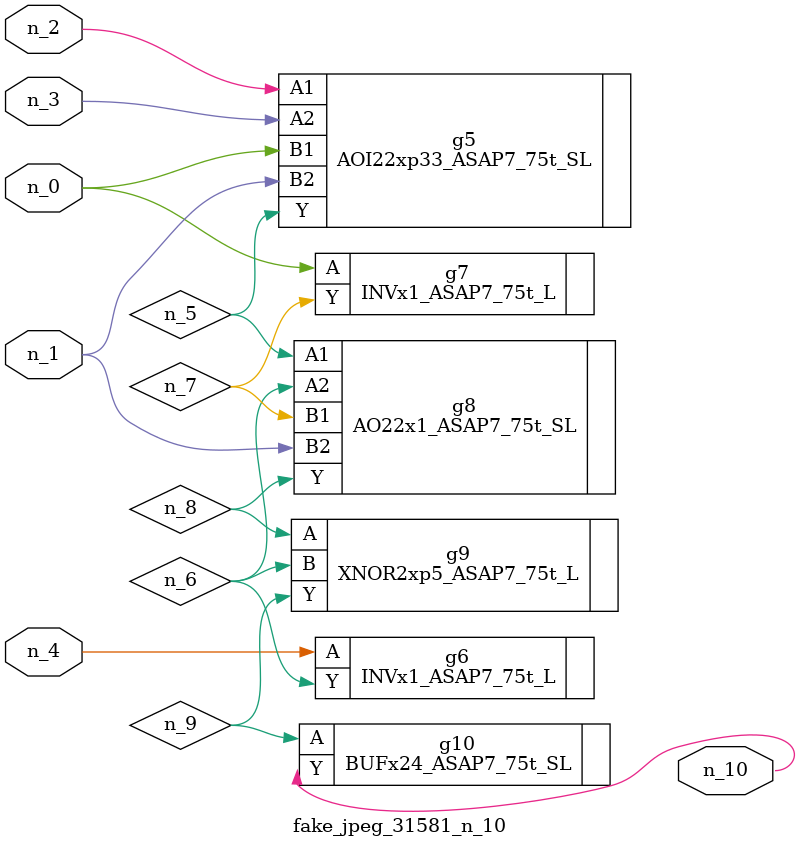
<source format=v>
module fake_jpeg_31581_n_10 (n_3, n_2, n_1, n_0, n_4, n_10);

input n_3;
input n_2;
input n_1;
input n_0;
input n_4;

output n_10;

wire n_8;
wire n_9;
wire n_6;
wire n_5;
wire n_7;

AOI22xp33_ASAP7_75t_SL g5 ( 
.A1(n_2),
.A2(n_3),
.B1(n_0),
.B2(n_1),
.Y(n_5)
);

INVx1_ASAP7_75t_L g6 ( 
.A(n_4),
.Y(n_6)
);

INVx1_ASAP7_75t_L g7 ( 
.A(n_0),
.Y(n_7)
);

AO22x1_ASAP7_75t_SL g8 ( 
.A1(n_5),
.A2(n_6),
.B1(n_7),
.B2(n_1),
.Y(n_8)
);

XNOR2xp5_ASAP7_75t_L g9 ( 
.A(n_8),
.B(n_6),
.Y(n_9)
);

BUFx24_ASAP7_75t_SL g10 ( 
.A(n_9),
.Y(n_10)
);


endmodule
</source>
